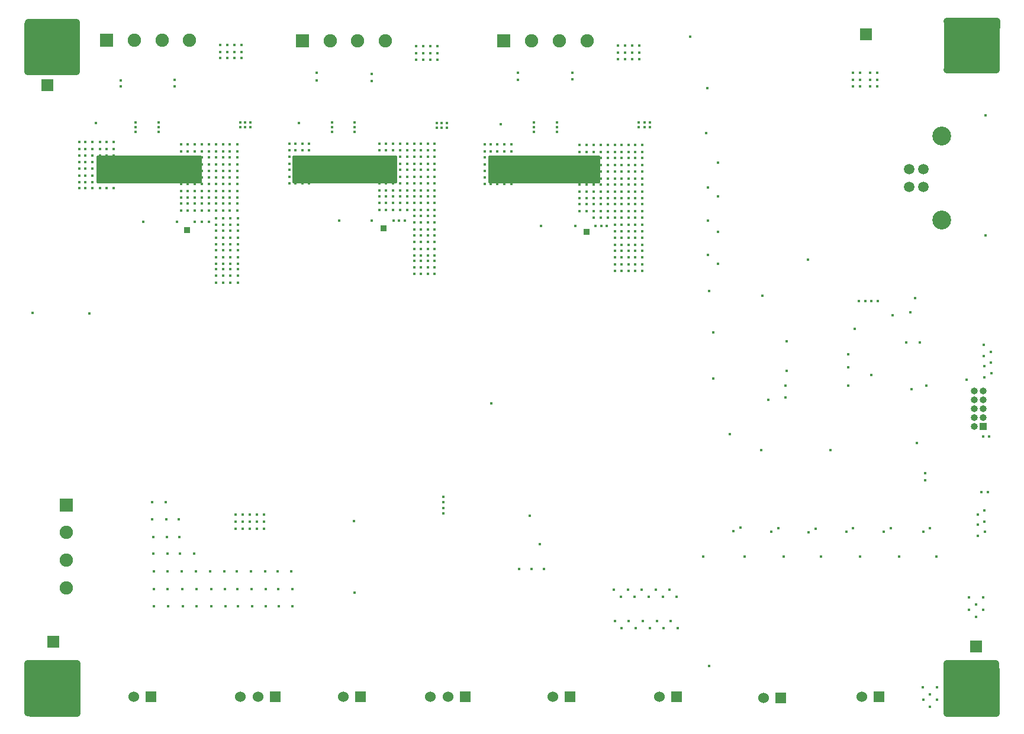
<source format=gbs>
G04 #@! TF.FileFunction,Soldermask,Bot*
%FSLAX46Y46*%
G04 Gerber Fmt 4.6, Leading zero omitted, Abs format (unit mm)*
G04 Created by KiCad (PCBNEW 4.0.1-stable) date 2018/05/19 11:17:56*
%MOMM*%
G01*
G04 APERTURE LIST*
%ADD10C,0.150000*%
%ADD11C,1.000000*%
%ADD12C,0.400000*%
%ADD13C,1.900000*%
%ADD14R,1.900000X1.900000*%
%ADD15C,1.520000*%
%ADD16C,2.700000*%
%ADD17R,0.850000X0.850000*%
%ADD18C,3.200000*%
%ADD19R,1.700000X1.700000*%
%ADD20R,1.000000X1.000000*%
%ADD21O,1.000000X1.000000*%
%ADD22C,1.524000*%
%ADD23R,1.524000X1.524000*%
%ADD24C,0.254000*%
G04 APERTURE END LIST*
D10*
D11*
X265550000Y-160500000D02*
X268700000Y-160500000D01*
X265550000Y-159850000D02*
X265550000Y-160500000D01*
X268750000Y-159850000D02*
X265550000Y-159850000D01*
X268750000Y-160400000D02*
X268750000Y-159850000D01*
X268750000Y-161750000D02*
X268750000Y-160400000D01*
X265850000Y-161750000D02*
X268750000Y-161750000D01*
X265850000Y-159100000D02*
X265850000Y-161750000D01*
X269200000Y-159100000D02*
X265850000Y-159100000D01*
X269200000Y-162400000D02*
X269200000Y-159100000D01*
X265150000Y-162400000D02*
X269200000Y-162400000D01*
X265150000Y-158350000D02*
X265150000Y-162400000D01*
X269900000Y-158350000D02*
X265150000Y-158350000D01*
X269900000Y-163000000D02*
X269900000Y-158350000D01*
X264450000Y-163000000D02*
X269900000Y-163000000D01*
X264450000Y-157600000D02*
X264450000Y-163000000D01*
X270700000Y-157600000D02*
X264450000Y-157600000D01*
X270700000Y-163850000D02*
X270700000Y-157600000D01*
X263700000Y-163850000D02*
X270700000Y-163850000D01*
X263700000Y-156800000D02*
X263700000Y-163850000D01*
X270650000Y-156800000D02*
X263700000Y-156800000D01*
X270650000Y-163700000D02*
X270650000Y-156800000D01*
X268350000Y-68200000D02*
X266650000Y-68200000D01*
X268350000Y-68800000D02*
X268350000Y-68200000D01*
X266500000Y-68800000D02*
X268350000Y-68800000D01*
X266500000Y-67650000D02*
X266500000Y-68800000D01*
X268650000Y-67650000D02*
X266500000Y-67650000D01*
X268650000Y-69800000D02*
X268650000Y-67650000D01*
X265800000Y-69800000D02*
X268650000Y-69800000D01*
X265800000Y-67000000D02*
X265800000Y-69800000D01*
X269200000Y-67000000D02*
X265800000Y-67000000D01*
X269200000Y-70400000D02*
X269200000Y-67000000D01*
X265250000Y-70400000D02*
X269200000Y-70400000D01*
X265250000Y-66350000D02*
X265250000Y-70400000D01*
X269900000Y-66350000D02*
X265250000Y-66350000D01*
X269900000Y-71150000D02*
X269900000Y-66350000D01*
X264450000Y-71150000D02*
X269900000Y-71150000D01*
X264450000Y-65650000D02*
X264450000Y-71150000D01*
X270750000Y-65650000D02*
X264450000Y-65650000D01*
X270750000Y-64800000D02*
X270750000Y-65650000D01*
X263700000Y-64800000D02*
X270750000Y-64800000D01*
X263750000Y-71800000D02*
X263750000Y-64800000D01*
X270700000Y-71800000D02*
X263700000Y-71800000D01*
X270700000Y-64900000D02*
X270700000Y-71800000D01*
X136550000Y-160550000D02*
X134850000Y-160550000D01*
X136550000Y-160100000D02*
X136550000Y-160550000D01*
X134500000Y-160100000D02*
X136550000Y-160100000D01*
X134500000Y-161500000D02*
X134500000Y-160100000D01*
X137250000Y-161500000D02*
X134500000Y-161500000D01*
X137250000Y-159450000D02*
X137250000Y-161500000D01*
X134050000Y-159450000D02*
X137250000Y-159450000D01*
X134050000Y-162300000D02*
X134050000Y-159450000D01*
X137950000Y-162300000D02*
X134050000Y-162300000D01*
X137950000Y-158550000D02*
X137950000Y-162300000D01*
X133350000Y-158550000D02*
X137950000Y-158550000D01*
X133350000Y-163150000D02*
X133350000Y-158550000D01*
X138550000Y-163150000D02*
X133350000Y-163150000D01*
X138550000Y-157800000D02*
X138550000Y-163150000D01*
X132650000Y-157800000D02*
X138550000Y-157800000D01*
X132650000Y-163850000D02*
X132650000Y-157800000D01*
X139200000Y-163850000D02*
X132650000Y-163850000D01*
X139200000Y-156800000D02*
X139200000Y-163850000D01*
X132200000Y-156800000D02*
X139200000Y-156800000D01*
X132200000Y-163800000D02*
X132200000Y-156800000D01*
X136200000Y-68300000D02*
X138550000Y-65950000D01*
X136700000Y-68800000D02*
X136200000Y-68300000D01*
X135300000Y-68800000D02*
X136700000Y-68800000D01*
X135300000Y-67400000D02*
X135300000Y-68800000D01*
X136850000Y-67400000D02*
X135300000Y-67400000D01*
X136850000Y-69800000D02*
X136850000Y-67400000D01*
X134550000Y-69800000D02*
X136850000Y-69800000D01*
X134550000Y-66650000D02*
X134550000Y-69800000D01*
X137550000Y-66650000D02*
X134550000Y-66650000D01*
X137550000Y-70450000D02*
X137550000Y-66650000D01*
X133750000Y-70450000D02*
X137550000Y-70450000D01*
X133750000Y-65850000D02*
X133750000Y-70450000D01*
X138250000Y-65850000D02*
X133750000Y-65850000D01*
X138250000Y-71300000D02*
X138250000Y-65850000D01*
X133050000Y-71300000D02*
X138250000Y-71300000D01*
X133050000Y-65650000D02*
X133050000Y-71300000D01*
X139150000Y-65000000D02*
X132250000Y-65000000D01*
X139150000Y-72050000D02*
X139150000Y-65000000D01*
X132200000Y-72050000D02*
X139150000Y-72050000D01*
X132200000Y-65250000D02*
X132200000Y-72050000D01*
D12*
X266475000Y-116120000D03*
X219070000Y-86320000D03*
X220070000Y-86320000D03*
X219070000Y-87320000D03*
X220070000Y-87320000D03*
X220070000Y-89220000D03*
X219070000Y-89220000D03*
X220070000Y-88220000D03*
X219070000Y-88220000D03*
X219070000Y-84420000D03*
X220070000Y-84420000D03*
X219070000Y-85420000D03*
X220070000Y-85420000D03*
X220070000Y-83520000D03*
X219070000Y-83520000D03*
X220070000Y-82520000D03*
X219070000Y-82520000D03*
X219070000Y-91020000D03*
X220070000Y-91020000D03*
X219070000Y-92020000D03*
X220070000Y-92020000D03*
X220070000Y-90120000D03*
X219070000Y-90120000D03*
X219070000Y-92920000D03*
X220070000Y-92920000D03*
X220070000Y-100520000D03*
X219070000Y-100520000D03*
X219070000Y-97720000D03*
X220070000Y-97720000D03*
X220070000Y-99620000D03*
X219070000Y-99620000D03*
X220070000Y-98620000D03*
X219070000Y-98620000D03*
X219070000Y-95820000D03*
X220070000Y-95820000D03*
X219070000Y-96820000D03*
X220070000Y-96820000D03*
X220070000Y-94920000D03*
X219070000Y-94920000D03*
X220070000Y-93920000D03*
X219070000Y-93920000D03*
X190320000Y-89920000D03*
X190320000Y-90820000D03*
X190320000Y-82320000D03*
X190320000Y-83320000D03*
X190320000Y-85220000D03*
X190320000Y-84220000D03*
X190320000Y-88020000D03*
X190320000Y-89020000D03*
X190320000Y-87120000D03*
X190320000Y-86120000D03*
X190320000Y-100020000D03*
X190320000Y-101020000D03*
X190320000Y-99120000D03*
X190320000Y-98320000D03*
X190320000Y-95520000D03*
X190320000Y-97420000D03*
X190320000Y-96420000D03*
X190320000Y-93620000D03*
X190320000Y-94620000D03*
X190320000Y-92720000D03*
X190320000Y-91820000D03*
X198520000Y-119560000D03*
X197540000Y-82420000D03*
X197540000Y-83420000D03*
X197540000Y-85320000D03*
X197540000Y-84320000D03*
X197540000Y-88120000D03*
X197540000Y-87220000D03*
X197540000Y-86220000D03*
X198440000Y-86220000D03*
X198440000Y-87220000D03*
X198440000Y-88120000D03*
X198440000Y-84320000D03*
X198440000Y-85320000D03*
X198440000Y-83420000D03*
X198440000Y-82420000D03*
X169640000Y-82320000D03*
X169640000Y-83320000D03*
X169640000Y-85220000D03*
X169640000Y-84220000D03*
X169640000Y-88020000D03*
X169640000Y-87120000D03*
X169640000Y-86120000D03*
X210190000Y-85220000D03*
X209190000Y-85220000D03*
X210190000Y-87120000D03*
X209190000Y-87120000D03*
X210190000Y-86120000D03*
X209190000Y-86120000D03*
X202290000Y-86120000D03*
X203290000Y-86120000D03*
X202290000Y-87120000D03*
X203290000Y-87120000D03*
X202290000Y-85220000D03*
X203290000Y-85220000D03*
X181190000Y-85020000D03*
X180190000Y-85020000D03*
X181190000Y-86920000D03*
X180190000Y-86920000D03*
X181190000Y-85920000D03*
X180190000Y-85920000D03*
X153090000Y-85020000D03*
X152090000Y-85020000D03*
X153090000Y-86920000D03*
X152090000Y-86920000D03*
X153090000Y-85920000D03*
X152090000Y-85920000D03*
X173390000Y-85920000D03*
X174390000Y-85920000D03*
X173390000Y-86920000D03*
X174390000Y-86920000D03*
X173390000Y-85020000D03*
X174390000Y-85020000D03*
X144490000Y-88720000D03*
X143490000Y-88720000D03*
X142490000Y-88720000D03*
X140390000Y-88720000D03*
X141390000Y-88720000D03*
X139590000Y-88720000D03*
X139590000Y-82120000D03*
X139590000Y-83120000D03*
X139590000Y-85020000D03*
X139590000Y-84020000D03*
X139590000Y-87820000D03*
X139590000Y-86920000D03*
X139590000Y-85920000D03*
X140390000Y-85920000D03*
X141390000Y-85920000D03*
X140390000Y-86920000D03*
X141390000Y-86920000D03*
X141390000Y-87820000D03*
X140390000Y-87820000D03*
X140390000Y-84020000D03*
X141390000Y-84020000D03*
X140390000Y-85020000D03*
X141390000Y-85020000D03*
X141390000Y-83120000D03*
X140390000Y-83120000D03*
X141390000Y-82120000D03*
X140390000Y-82120000D03*
X210100000Y-73100000D03*
X210100000Y-72200000D03*
X202300000Y-72200000D03*
X202300000Y-73200000D03*
X181400000Y-73400000D03*
X181400000Y-72400000D03*
X173500000Y-72200000D03*
X173500000Y-73300000D03*
X153200000Y-74100000D03*
X153200000Y-73200000D03*
X145500000Y-73300000D03*
X145500000Y-74100000D03*
X159740000Y-70120000D03*
X160740000Y-70120000D03*
X161740000Y-70120000D03*
X162740000Y-70120000D03*
X162740000Y-69220000D03*
X161740000Y-69220000D03*
X160740000Y-69220000D03*
X159740000Y-69220000D03*
X162740000Y-68220000D03*
X161740000Y-68220000D03*
X160740000Y-68220000D03*
X159740000Y-68220000D03*
X187740000Y-68420000D03*
X188740000Y-68420000D03*
X189740000Y-68420000D03*
X190740000Y-68420000D03*
X187740000Y-69420000D03*
X188740000Y-69420000D03*
X189740000Y-69420000D03*
X190740000Y-69420000D03*
X190740000Y-70320000D03*
X189740000Y-70320000D03*
X188740000Y-70320000D03*
X187740000Y-70320000D03*
X216640000Y-70220000D03*
X217640000Y-70220000D03*
X218640000Y-70220000D03*
X219640000Y-70220000D03*
X219640000Y-69320000D03*
X218640000Y-69320000D03*
X217640000Y-69320000D03*
X216640000Y-69320000D03*
X219640000Y-68320000D03*
X218640000Y-68320000D03*
X217640000Y-68320000D03*
X216640000Y-68320000D03*
X182440000Y-85220000D03*
X240600000Y-117000000D03*
X240600000Y-118700000D03*
X234150000Y-137270000D03*
X233150000Y-137820000D03*
X238550000Y-137920000D03*
X239550000Y-137370000D03*
X244850000Y-137470000D03*
X243850000Y-138020000D03*
X249250000Y-137920000D03*
X250250000Y-137370000D03*
X254650000Y-137920000D03*
X255650000Y-137370000D03*
X261250000Y-137370000D03*
X260250000Y-137920000D03*
X268100000Y-136920000D03*
X269100000Y-137920000D03*
X268100000Y-138470000D03*
X268050000Y-135420000D03*
X269050000Y-136420000D03*
X269050000Y-134870000D03*
X259400000Y-125200000D03*
X237100000Y-126200000D03*
X247000000Y-126200000D03*
X249500000Y-114400000D03*
X249550000Y-116970000D03*
X257800000Y-110820000D03*
X260750000Y-116970000D03*
X252800000Y-115500000D03*
X249550000Y-112470000D03*
X250450000Y-108870000D03*
X259800000Y-110800000D03*
X258600000Y-117500000D03*
X259100000Y-104420000D03*
X255900000Y-106900000D03*
X258400000Y-106500000D03*
X252850000Y-104870000D03*
X253800000Y-104900000D03*
X268600000Y-132200000D03*
X269500000Y-132200000D03*
X269700000Y-124300000D03*
X268950000Y-111170000D03*
X269950000Y-112170000D03*
X269950000Y-113720000D03*
X268950000Y-112720000D03*
X269000000Y-115770000D03*
X270000000Y-115220000D03*
X269000000Y-114220000D03*
X269200000Y-95520000D03*
X252700000Y-72220000D03*
X253700000Y-72220000D03*
X253700000Y-74100000D03*
X252700000Y-73220000D03*
X253700000Y-73220000D03*
X252700000Y-74120000D03*
X250200000Y-74120000D03*
X240700000Y-110600000D03*
X240700000Y-114900000D03*
X232600000Y-123900000D03*
X230200000Y-116000000D03*
X230200000Y-109400000D03*
X205400000Y-139700000D03*
X226900000Y-67000000D03*
X229200000Y-80800000D03*
X229400000Y-74400000D03*
X229500000Y-88600000D03*
X229500000Y-93400000D03*
X229600000Y-103400000D03*
X229500000Y-98300000D03*
X191600000Y-134500000D03*
X191600000Y-135300000D03*
X191600000Y-133700000D03*
X171000000Y-79400000D03*
X141900000Y-79400000D03*
X147600000Y-79300000D03*
X189440000Y-91820000D03*
X188440000Y-91820000D03*
X187440000Y-91820000D03*
X187440000Y-92720000D03*
X188440000Y-92720000D03*
X189440000Y-92720000D03*
X189440000Y-94620000D03*
X188440000Y-94620000D03*
X187440000Y-94620000D03*
X189440000Y-93620000D03*
X188440000Y-93620000D03*
X187440000Y-93620000D03*
X187440000Y-96420000D03*
X188440000Y-96420000D03*
X189440000Y-96420000D03*
X187440000Y-97420000D03*
X188440000Y-97420000D03*
X189440000Y-97420000D03*
X189440000Y-95520000D03*
X188440000Y-95520000D03*
X187440000Y-95520000D03*
X187440000Y-98320000D03*
X188440000Y-98320000D03*
X189440000Y-98320000D03*
X187440000Y-99120000D03*
X188440000Y-99120000D03*
X189440000Y-99120000D03*
X189440000Y-101020000D03*
X188440000Y-101020000D03*
X187440000Y-101020000D03*
X189440000Y-100020000D03*
X188440000Y-100020000D03*
X187440000Y-100020000D03*
X162240000Y-100320000D03*
X162240000Y-102220000D03*
X162240000Y-101220000D03*
X159140000Y-101220000D03*
X160140000Y-101220000D03*
X161140000Y-101220000D03*
X159140000Y-102220000D03*
X160140000Y-102220000D03*
X161140000Y-102220000D03*
X161140000Y-100320000D03*
X160140000Y-100320000D03*
X159140000Y-100320000D03*
X162240000Y-99520000D03*
X161140000Y-99520000D03*
X160140000Y-99520000D03*
X159140000Y-99520000D03*
X159140000Y-96720000D03*
X160140000Y-96720000D03*
X161140000Y-96720000D03*
X161140000Y-98620000D03*
X160140000Y-98620000D03*
X159140000Y-98620000D03*
X161140000Y-97620000D03*
X160140000Y-97620000D03*
X159140000Y-97620000D03*
X162240000Y-97620000D03*
X162240000Y-98620000D03*
X162240000Y-96720000D03*
X162240000Y-93920000D03*
X162240000Y-95820000D03*
X162240000Y-94820000D03*
X159140000Y-94820000D03*
X160140000Y-94820000D03*
X161140000Y-94820000D03*
X159140000Y-95820000D03*
X160140000Y-95820000D03*
X161140000Y-95820000D03*
X161140000Y-93920000D03*
X160140000Y-93920000D03*
X159140000Y-93920000D03*
X216140000Y-93920000D03*
X217140000Y-93920000D03*
X218140000Y-93920000D03*
X216140000Y-94920000D03*
X217140000Y-94920000D03*
X218140000Y-94920000D03*
X218140000Y-96820000D03*
X217140000Y-96820000D03*
X216140000Y-96820000D03*
X218140000Y-95820000D03*
X217140000Y-95820000D03*
X216140000Y-95820000D03*
X216140000Y-98620000D03*
X217140000Y-98620000D03*
X218140000Y-98620000D03*
X216140000Y-99620000D03*
X217140000Y-99620000D03*
X218140000Y-99620000D03*
X218140000Y-97720000D03*
X217140000Y-97720000D03*
X216140000Y-97720000D03*
X216140000Y-100520000D03*
X217140000Y-100520000D03*
X218140000Y-100520000D03*
X162600000Y-80000000D03*
X162600000Y-79300000D03*
X163300000Y-79300000D03*
X163300000Y-80000000D03*
X164000000Y-80000000D03*
X164000000Y-79300000D03*
X220400000Y-80000000D03*
X220400000Y-79300000D03*
X192100000Y-79400000D03*
X192100000Y-80100000D03*
X191400000Y-80100000D03*
X191400000Y-79400000D03*
X207850000Y-80000000D03*
X207850000Y-79300000D03*
X207850000Y-80700000D03*
X221200000Y-80000000D03*
X221200000Y-79300000D03*
X190700000Y-79400000D03*
X190700000Y-80100000D03*
X204600000Y-80700000D03*
X204600000Y-79300000D03*
X204600000Y-80000000D03*
X219600000Y-80000000D03*
X219600000Y-79300000D03*
X178900000Y-80700000D03*
X178900000Y-79300000D03*
X178900000Y-80000000D03*
X175700000Y-80000000D03*
X175700000Y-79300000D03*
X175700000Y-80700000D03*
X150900000Y-80000000D03*
X150900000Y-79300000D03*
X150900000Y-80700000D03*
X147600000Y-80700000D03*
X199800000Y-79600000D03*
X147600000Y-80000000D03*
X148700000Y-93500000D03*
X153500000Y-93500000D03*
X156100000Y-93500000D03*
X158100000Y-93500000D03*
X157100000Y-93500000D03*
X215000000Y-94100000D03*
X214200000Y-94100000D03*
X213400000Y-94100000D03*
X210500000Y-94100000D03*
X205600000Y-94100000D03*
X176700000Y-93400000D03*
X181400000Y-93400000D03*
X184500000Y-93400000D03*
X185300000Y-93400000D03*
X186100000Y-93400000D03*
X142490000Y-82120000D03*
X143490000Y-82120000D03*
X144490000Y-82120000D03*
X142490000Y-83120000D03*
X143490000Y-83120000D03*
X144490000Y-83120000D03*
X144490000Y-85020000D03*
X143490000Y-85020000D03*
X142490000Y-85020000D03*
X144490000Y-84020000D03*
X143490000Y-84020000D03*
X142490000Y-84020000D03*
X142490000Y-87820000D03*
X143490000Y-87820000D03*
X144490000Y-87820000D03*
X144490000Y-86920000D03*
X143490000Y-86920000D03*
X142490000Y-86920000D03*
X144490000Y-85920000D03*
X143490000Y-85920000D03*
X142490000Y-85920000D03*
X154090000Y-90920000D03*
X155090000Y-90920000D03*
X156090000Y-90920000D03*
X157090000Y-90920000D03*
X154090000Y-91920000D03*
X155090000Y-91920000D03*
X156090000Y-91920000D03*
X157090000Y-91920000D03*
X157090000Y-90020000D03*
X156090000Y-90020000D03*
X155090000Y-90020000D03*
X154090000Y-90020000D03*
X158090000Y-90020000D03*
X159090000Y-90020000D03*
X160090000Y-90020000D03*
X161090000Y-90020000D03*
X161090000Y-91920000D03*
X160090000Y-91920000D03*
X159090000Y-91920000D03*
X158090000Y-91920000D03*
X161090000Y-90920000D03*
X160090000Y-90920000D03*
X159090000Y-90920000D03*
X158090000Y-90920000D03*
X162190000Y-90920000D03*
X162190000Y-91920000D03*
X162190000Y-90020000D03*
X162190000Y-86220000D03*
X162190000Y-87220000D03*
X162190000Y-89120000D03*
X162190000Y-88120000D03*
X162190000Y-84320000D03*
X162190000Y-85320000D03*
X162190000Y-83420000D03*
X162190000Y-82420000D03*
X158090000Y-82420000D03*
X159090000Y-82420000D03*
X160090000Y-82420000D03*
X161090000Y-82420000D03*
X158090000Y-83420000D03*
X159090000Y-83420000D03*
X160090000Y-83420000D03*
X161090000Y-83420000D03*
X161090000Y-85320000D03*
X160090000Y-85320000D03*
X159090000Y-85320000D03*
X158090000Y-85320000D03*
X161090000Y-84320000D03*
X160090000Y-84320000D03*
X159090000Y-84320000D03*
X158090000Y-84320000D03*
X158090000Y-88120000D03*
X159090000Y-88120000D03*
X160090000Y-88120000D03*
X161090000Y-88120000D03*
X158090000Y-89120000D03*
X159090000Y-89120000D03*
X160090000Y-89120000D03*
X161090000Y-89120000D03*
X161090000Y-87220000D03*
X160090000Y-87220000D03*
X159090000Y-87220000D03*
X158090000Y-87220000D03*
X161090000Y-86220000D03*
X160090000Y-86220000D03*
X159090000Y-86220000D03*
X158090000Y-86220000D03*
X154090000Y-86220000D03*
X155090000Y-86220000D03*
X156090000Y-86220000D03*
X157090000Y-86220000D03*
X154090000Y-87220000D03*
X155090000Y-87220000D03*
X156090000Y-87220000D03*
X157090000Y-87220000D03*
X157090000Y-89120000D03*
X156090000Y-89120000D03*
X155090000Y-89120000D03*
X154090000Y-89120000D03*
X157090000Y-88120000D03*
X156090000Y-88120000D03*
X155090000Y-88120000D03*
X154090000Y-88120000D03*
X154090000Y-84320000D03*
X155090000Y-84320000D03*
X156090000Y-84320000D03*
X157090000Y-84320000D03*
X154090000Y-85320000D03*
X155090000Y-85320000D03*
X156090000Y-85320000D03*
X157090000Y-85320000D03*
X157090000Y-83420000D03*
X156090000Y-83420000D03*
X155090000Y-83420000D03*
X154090000Y-83420000D03*
X157090000Y-82420000D03*
X156090000Y-82420000D03*
X155090000Y-82420000D03*
X154090000Y-82420000D03*
D13*
X155340000Y-67530000D03*
X151380000Y-67530000D03*
D14*
X143460000Y-67530000D03*
D13*
X147420000Y-67530000D03*
D12*
X170440000Y-86120000D03*
X171440000Y-86120000D03*
X172440000Y-86120000D03*
X170440000Y-87120000D03*
X171440000Y-87120000D03*
X172440000Y-87120000D03*
X172440000Y-88020000D03*
X171440000Y-88020000D03*
X170440000Y-88020000D03*
X170440000Y-84220000D03*
X171440000Y-84220000D03*
X172440000Y-84220000D03*
X170440000Y-85220000D03*
X171440000Y-85220000D03*
X172440000Y-85220000D03*
X172440000Y-83320000D03*
X171440000Y-83320000D03*
X170440000Y-83320000D03*
X172440000Y-82320000D03*
X171440000Y-82320000D03*
X170440000Y-82320000D03*
X182440000Y-82320000D03*
X183440000Y-82320000D03*
X184440000Y-82320000D03*
X185440000Y-82320000D03*
X182440000Y-83320000D03*
X183440000Y-83320000D03*
X184440000Y-83320000D03*
X185440000Y-83320000D03*
X185440000Y-85220000D03*
X184440000Y-85220000D03*
X183440000Y-85220000D03*
X185440000Y-84220000D03*
X184440000Y-84220000D03*
X183440000Y-84220000D03*
X182440000Y-84220000D03*
X182440000Y-88020000D03*
X183440000Y-88020000D03*
X184440000Y-88020000D03*
X185440000Y-88020000D03*
X182440000Y-89020000D03*
X183440000Y-89020000D03*
X184440000Y-89020000D03*
X185440000Y-89020000D03*
X185440000Y-87120000D03*
X184440000Y-87120000D03*
X183440000Y-87120000D03*
X182440000Y-87120000D03*
X185440000Y-86120000D03*
X184440000Y-86120000D03*
X183440000Y-86120000D03*
X182440000Y-86120000D03*
X186440000Y-86120000D03*
X187440000Y-86120000D03*
X188440000Y-86120000D03*
X189440000Y-86120000D03*
X186440000Y-87120000D03*
X187440000Y-87120000D03*
X188440000Y-87120000D03*
X189440000Y-87120000D03*
X189440000Y-89020000D03*
X188440000Y-89020000D03*
X187440000Y-89020000D03*
X186440000Y-89020000D03*
X189440000Y-88020000D03*
X188440000Y-88020000D03*
X187440000Y-88020000D03*
X186440000Y-88020000D03*
X186440000Y-84220000D03*
X187440000Y-84220000D03*
X188440000Y-84220000D03*
X189440000Y-84220000D03*
X186440000Y-85220000D03*
X187440000Y-85220000D03*
X188440000Y-85220000D03*
X189440000Y-85220000D03*
X189440000Y-83320000D03*
X188440000Y-83320000D03*
X187440000Y-83320000D03*
X186440000Y-83320000D03*
X189440000Y-82320000D03*
X188440000Y-82320000D03*
X187440000Y-82320000D03*
X186440000Y-82320000D03*
X162240000Y-93020000D03*
X186440000Y-90820000D03*
X187440000Y-90820000D03*
X188440000Y-90820000D03*
X189440000Y-90820000D03*
X186440000Y-91820000D03*
X159140000Y-93020000D03*
X160140000Y-93020000D03*
X161140000Y-93020000D03*
X189440000Y-89920000D03*
X188440000Y-89920000D03*
X187440000Y-89920000D03*
X186440000Y-89920000D03*
X182440000Y-89920000D03*
X183440000Y-89920000D03*
X184440000Y-89920000D03*
X185440000Y-89920000D03*
X185440000Y-91820000D03*
X184440000Y-91820000D03*
X183440000Y-91820000D03*
X182440000Y-91820000D03*
X185440000Y-90820000D03*
X184440000Y-90820000D03*
X183440000Y-90820000D03*
X182440000Y-90820000D03*
X199340000Y-82420000D03*
X200340000Y-82420000D03*
X201340000Y-82420000D03*
X199340000Y-83420000D03*
X200340000Y-83420000D03*
X201340000Y-83420000D03*
X201340000Y-85320000D03*
X200340000Y-85320000D03*
X199340000Y-85320000D03*
X201340000Y-84320000D03*
X200340000Y-84320000D03*
X199340000Y-84320000D03*
X199340000Y-88120000D03*
X200340000Y-88120000D03*
X201340000Y-88120000D03*
X201340000Y-87220000D03*
X200340000Y-87220000D03*
X199340000Y-87220000D03*
X201340000Y-86220000D03*
X200340000Y-86220000D03*
X199340000Y-86220000D03*
X218140000Y-92920000D03*
X217140000Y-92920000D03*
X216140000Y-92920000D03*
X215140000Y-92920000D03*
X213140000Y-92920000D03*
X214140000Y-92920000D03*
X211140000Y-91020000D03*
X212140000Y-91020000D03*
X213140000Y-91020000D03*
X214140000Y-91020000D03*
X211140000Y-92020000D03*
X212140000Y-92020000D03*
X213140000Y-92020000D03*
X214140000Y-92020000D03*
X214140000Y-90120000D03*
X213140000Y-90120000D03*
X212140000Y-90120000D03*
X211140000Y-90120000D03*
X215140000Y-90120000D03*
X216140000Y-90120000D03*
X217140000Y-90120000D03*
X218140000Y-90120000D03*
X218140000Y-92020000D03*
X217140000Y-92020000D03*
X216140000Y-92020000D03*
X215140000Y-92020000D03*
X218140000Y-91020000D03*
X217140000Y-91020000D03*
X216140000Y-91020000D03*
X215140000Y-91020000D03*
X215140000Y-82520000D03*
X216140000Y-82520000D03*
X217140000Y-82520000D03*
X218140000Y-82520000D03*
X215140000Y-83520000D03*
X216140000Y-83520000D03*
X217140000Y-83520000D03*
X218140000Y-83520000D03*
X218140000Y-85420000D03*
X217140000Y-85420000D03*
X216140000Y-85420000D03*
X215140000Y-85420000D03*
X218140000Y-84420000D03*
X217140000Y-84420000D03*
X216140000Y-84420000D03*
X215140000Y-84420000D03*
X215140000Y-88220000D03*
X216140000Y-88220000D03*
X217140000Y-88220000D03*
X218140000Y-88220000D03*
X215140000Y-89220000D03*
X216140000Y-89220000D03*
X217140000Y-89220000D03*
X218140000Y-89220000D03*
X218140000Y-87320000D03*
X217140000Y-87320000D03*
X216140000Y-87320000D03*
X215140000Y-87320000D03*
X218140000Y-86320000D03*
X217140000Y-86320000D03*
X216140000Y-86320000D03*
X215140000Y-86320000D03*
X211140000Y-86320000D03*
X212140000Y-86320000D03*
X213140000Y-86320000D03*
X214140000Y-86320000D03*
X211140000Y-87320000D03*
X212140000Y-87320000D03*
X213140000Y-87320000D03*
X214140000Y-87320000D03*
X214140000Y-89220000D03*
X213140000Y-89220000D03*
X212140000Y-89220000D03*
X211140000Y-89220000D03*
X214140000Y-88220000D03*
X213140000Y-88220000D03*
X212140000Y-88220000D03*
X211140000Y-88220000D03*
X211140000Y-84420000D03*
X212140000Y-84420000D03*
X213140000Y-84420000D03*
X214140000Y-84420000D03*
X211140000Y-85420000D03*
X212140000Y-85420000D03*
X213140000Y-85420000D03*
X214140000Y-85420000D03*
D15*
X258250000Y-88540000D03*
X258250000Y-86000000D03*
X260250000Y-86000000D03*
X260250000Y-88540000D03*
D16*
X262950000Y-93270000D03*
X262950000Y-81270000D03*
D12*
X260564000Y-129538000D03*
X260564000Y-130538000D03*
X205994000Y-143256000D03*
X204216000Y-143256000D03*
X202438000Y-143256000D03*
X238100000Y-119000000D03*
X245618000Y-141478000D03*
X234696000Y-141478000D03*
X240284000Y-141478000D03*
X251206000Y-141478000D03*
X256794000Y-141478000D03*
X228800000Y-141450000D03*
X268800000Y-124300000D03*
X262128000Y-141478000D03*
X140970000Y-106680000D03*
X161950000Y-135450000D03*
X162950000Y-135450000D03*
X161950000Y-136450000D03*
X162950000Y-136450000D03*
X161950000Y-137450000D03*
X162950000Y-137450000D03*
X154350000Y-148550000D03*
X156350000Y-148550000D03*
X156300000Y-146150000D03*
X154300000Y-146150000D03*
X150200000Y-146150000D03*
X152200000Y-146150000D03*
X152250000Y-148550000D03*
X150250000Y-148550000D03*
X168050000Y-148550000D03*
X170050000Y-148550000D03*
X170000000Y-146150000D03*
X168000000Y-146150000D03*
X169900000Y-143600000D03*
X167900000Y-143600000D03*
X166100000Y-143600000D03*
X166200000Y-146150000D03*
X166250000Y-148550000D03*
X158450000Y-148550000D03*
X160450000Y-148550000D03*
X160400000Y-146150000D03*
X158400000Y-146150000D03*
X160300000Y-143600000D03*
X158300000Y-143600000D03*
X162100000Y-143600000D03*
X164100000Y-143600000D03*
X162200000Y-146150000D03*
X164200000Y-146150000D03*
X164250000Y-148550000D03*
X162250000Y-148550000D03*
X153950000Y-141050000D03*
X155950000Y-141050000D03*
X153900000Y-138650000D03*
X153800000Y-136100000D03*
X150000000Y-136100000D03*
X152000000Y-136100000D03*
X151950000Y-133700000D03*
X149950000Y-133700000D03*
X150100000Y-138650000D03*
X152100000Y-138650000D03*
X152150000Y-141050000D03*
X150150000Y-141050000D03*
X230950000Y-94939000D03*
X252000000Y-104900000D03*
X251050000Y-104870000D03*
X237300000Y-104083000D03*
X266850000Y-149100000D03*
X268850000Y-149100000D03*
X267850000Y-150100000D03*
X267800000Y-148300000D03*
X268800000Y-147300000D03*
X266800000Y-147300000D03*
X260200000Y-160150000D03*
X262200000Y-160150000D03*
X261200000Y-161150000D03*
X261250000Y-162950000D03*
X262250000Y-161950000D03*
X260250000Y-161950000D03*
X225000000Y-147200000D03*
X223000000Y-147200000D03*
X221000000Y-147200000D03*
X219000000Y-147200000D03*
X217000000Y-147200000D03*
X224000000Y-146200000D03*
X222000000Y-146200000D03*
X220000000Y-146200000D03*
X218000000Y-146200000D03*
X216000000Y-146200000D03*
X191600000Y-132900000D03*
X203962000Y-135636000D03*
X156200000Y-143600000D03*
X154200000Y-143600000D03*
X152200000Y-143600000D03*
X150200000Y-143600000D03*
X230950000Y-85033000D03*
X230950000Y-89859000D03*
X230950000Y-99575000D03*
X216150000Y-150700000D03*
X218150000Y-150700000D03*
X220150000Y-150700000D03*
X222150000Y-150700000D03*
X224150000Y-150700000D03*
X217150000Y-151700000D03*
X219150000Y-151700000D03*
X221150000Y-151700000D03*
X223150000Y-151700000D03*
X225150000Y-151700000D03*
X251200000Y-73220000D03*
X250200000Y-73220000D03*
X251200000Y-74100000D03*
X251200000Y-72220000D03*
X250200000Y-72220000D03*
X269200000Y-78320000D03*
D13*
X137700000Y-145930000D03*
X137700000Y-141970000D03*
D14*
X137700000Y-134050000D03*
D13*
X137700000Y-138010000D03*
D12*
X165950000Y-137450000D03*
X164950000Y-137450000D03*
X163950000Y-137450000D03*
X132890000Y-106570000D03*
X165950000Y-136450000D03*
X164950000Y-136450000D03*
X163950000Y-136450000D03*
X178950000Y-146600000D03*
X178850000Y-136350000D03*
X229600000Y-157150000D03*
X165950000Y-135450000D03*
X164950000Y-135450000D03*
X163950000Y-135450000D03*
X214140000Y-83520000D03*
X213140000Y-83520000D03*
X212140000Y-83520000D03*
X211140000Y-83520000D03*
X214140000Y-82520000D03*
X213140000Y-82520000D03*
X212140000Y-82520000D03*
X211140000Y-82520000D03*
X243750000Y-98975000D03*
X207740000Y-87170000D03*
X206740000Y-87170000D03*
X205740000Y-87170000D03*
X204740000Y-87170000D03*
X178940000Y-86970000D03*
X177940000Y-86970000D03*
X176940000Y-86970000D03*
X175940000Y-86970000D03*
X150790000Y-86920000D03*
X149790000Y-86920000D03*
X148790000Y-86920000D03*
X147790000Y-86920000D03*
X207740000Y-86170000D03*
X206740000Y-86170000D03*
X205740000Y-86170000D03*
X204740000Y-86170000D03*
X178940000Y-85970000D03*
X177940000Y-85970000D03*
X176940000Y-85970000D03*
X175940000Y-85970000D03*
X150790000Y-85920000D03*
X149790000Y-85920000D03*
X148790000Y-85920000D03*
X147790000Y-85920000D03*
X207740000Y-85170000D03*
X206740000Y-85170000D03*
X205740000Y-85170000D03*
X204740000Y-85170000D03*
X178940000Y-84970000D03*
X177940000Y-84970000D03*
X176940000Y-84970000D03*
X175940000Y-84970000D03*
X150790000Y-84920000D03*
X149790000Y-84920000D03*
X148790000Y-84920000D03*
D17*
X155000000Y-94700000D03*
X183100000Y-94500000D03*
X212100000Y-95000000D03*
D13*
X183340000Y-67630000D03*
X179380000Y-67630000D03*
D14*
X171460000Y-67630000D03*
D13*
X175420000Y-67630000D03*
X212180000Y-67600000D03*
X208220000Y-67600000D03*
D14*
X200300000Y-67600000D03*
D13*
X204260000Y-67600000D03*
D12*
X147790000Y-84920000D03*
D18*
X135810000Y-68630000D03*
X135750000Y-160300000D03*
X266950000Y-68820000D03*
X267100000Y-160400000D03*
D19*
X135000000Y-74000000D03*
X135825000Y-153675000D03*
X267800000Y-154350000D03*
X252050000Y-66650000D03*
D20*
X268850000Y-122800000D03*
D21*
X267580000Y-122800000D03*
X268850000Y-121530000D03*
X267580000Y-121530000D03*
X268850000Y-120260000D03*
X267580000Y-120260000D03*
X268850000Y-118990000D03*
X267580000Y-118990000D03*
X268850000Y-117720000D03*
X267580000Y-117720000D03*
D22*
X189798000Y-161544000D03*
D23*
X194798000Y-161544000D03*
D22*
X192298000Y-161544000D03*
X162620000Y-161544000D03*
D23*
X167620000Y-161544000D03*
D22*
X165120000Y-161544000D03*
D23*
X179812000Y-161544000D03*
D22*
X177312000Y-161544000D03*
D23*
X225024000Y-161544000D03*
D22*
X222524000Y-161544000D03*
D23*
X209784000Y-161544000D03*
D22*
X207284000Y-161544000D03*
D23*
X239910000Y-161650000D03*
D22*
X237410000Y-161650000D03*
D23*
X149840000Y-161544000D03*
D22*
X147340000Y-161544000D03*
D23*
X253980000Y-161544000D03*
D22*
X251480000Y-161544000D03*
D24*
G36*
X156873000Y-87873000D02*
X142127000Y-87873000D01*
X142127000Y-84127000D01*
X156873000Y-84127000D01*
X156873000Y-87873000D01*
X156873000Y-87873000D01*
G37*
X156873000Y-87873000D02*
X142127000Y-87873000D01*
X142127000Y-84127000D01*
X156873000Y-84127000D01*
X156873000Y-87873000D01*
G36*
X184873000Y-87873000D02*
X170127000Y-87873000D01*
X170127000Y-84127000D01*
X184873000Y-84127000D01*
X184873000Y-87873000D01*
X184873000Y-87873000D01*
G37*
X184873000Y-87873000D02*
X170127000Y-87873000D01*
X170127000Y-84127000D01*
X184873000Y-84127000D01*
X184873000Y-87873000D01*
G36*
X213873000Y-87873000D02*
X198127000Y-87873000D01*
X198127000Y-84127000D01*
X213873000Y-84127000D01*
X213873000Y-87873000D01*
X213873000Y-87873000D01*
G37*
X213873000Y-87873000D02*
X198127000Y-87873000D01*
X198127000Y-84127000D01*
X213873000Y-84127000D01*
X213873000Y-87873000D01*
M02*

</source>
